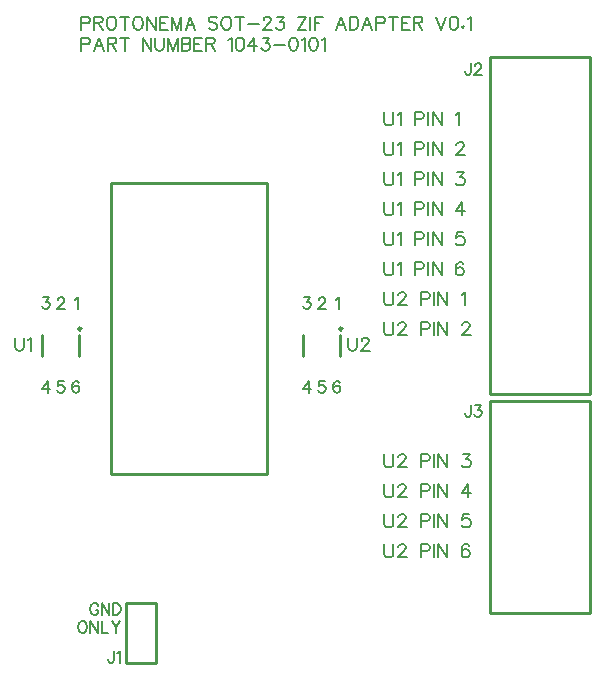
<source format=gto>
G04 Layer: TopSilkscreenLayer*
G04 EasyEDA v6.5.32, 2023-07-25 14:04:49*
G04 8272ca0991b848eeaebf2c144ff7441f,5a6b42c53f6a479593ecc07194224c93,10*
G04 Gerber Generator version 0.2*
G04 Scale: 100 percent, Rotated: No, Reflected: No *
G04 Dimensions in millimeters *
G04 leading zeros omitted , absolute positions ,4 integer and 5 decimal *
%FSLAX45Y45*%
%MOMM*%

%ADD10C,0.1524*%
%ADD11C,0.2540*%

%LPD*%
D10*
X762000Y5423915D02*
G01*
X762000Y5314950D01*
X762000Y5423915D02*
G01*
X808736Y5423915D01*
X824229Y5418836D01*
X829563Y5413502D01*
X834644Y5403087D01*
X834644Y5387594D01*
X829563Y5377179D01*
X824229Y5372100D01*
X808736Y5366765D01*
X762000Y5366765D01*
X910589Y5423915D02*
G01*
X868934Y5314950D01*
X910589Y5423915D02*
G01*
X952245Y5314950D01*
X884681Y5351271D02*
G01*
X936497Y5351271D01*
X986536Y5423915D02*
G01*
X986536Y5314950D01*
X986536Y5423915D02*
G01*
X1033271Y5423915D01*
X1048765Y5418836D01*
X1054100Y5413502D01*
X1059179Y5403087D01*
X1059179Y5392673D01*
X1054100Y5382260D01*
X1048765Y5377179D01*
X1033271Y5372100D01*
X986536Y5372100D01*
X1022857Y5372100D02*
G01*
X1059179Y5314950D01*
X1129792Y5423915D02*
G01*
X1129792Y5314950D01*
X1093470Y5423915D02*
G01*
X1166113Y5423915D01*
X1280413Y5423915D02*
G01*
X1280413Y5314950D01*
X1280413Y5423915D02*
G01*
X1353312Y5314950D01*
X1353312Y5423915D02*
G01*
X1353312Y5314950D01*
X1387602Y5423915D02*
G01*
X1387602Y5345937D01*
X1392681Y5330444D01*
X1403095Y5320029D01*
X1418589Y5314950D01*
X1429004Y5314950D01*
X1444752Y5320029D01*
X1455165Y5330444D01*
X1460245Y5345937D01*
X1460245Y5423915D01*
X1494536Y5423915D02*
G01*
X1494536Y5314950D01*
X1494536Y5423915D02*
G01*
X1536192Y5314950D01*
X1577594Y5423915D02*
G01*
X1536192Y5314950D01*
X1577594Y5423915D02*
G01*
X1577594Y5314950D01*
X1611884Y5423915D02*
G01*
X1611884Y5314950D01*
X1611884Y5423915D02*
G01*
X1658620Y5423915D01*
X1674368Y5418836D01*
X1679447Y5413502D01*
X1684781Y5403087D01*
X1684781Y5392673D01*
X1679447Y5382260D01*
X1674368Y5377179D01*
X1658620Y5372100D01*
X1611884Y5372100D02*
G01*
X1658620Y5372100D01*
X1674368Y5366765D01*
X1679447Y5361686D01*
X1684781Y5351271D01*
X1684781Y5335523D01*
X1679447Y5325110D01*
X1674368Y5320029D01*
X1658620Y5314950D01*
X1611884Y5314950D01*
X1719071Y5423915D02*
G01*
X1719071Y5314950D01*
X1719071Y5423915D02*
G01*
X1786636Y5423915D01*
X1719071Y5372100D02*
G01*
X1760473Y5372100D01*
X1719071Y5314950D02*
G01*
X1786636Y5314950D01*
X1820926Y5423915D02*
G01*
X1820926Y5314950D01*
X1820926Y5423915D02*
G01*
X1867662Y5423915D01*
X1883155Y5418836D01*
X1888489Y5413502D01*
X1893570Y5403087D01*
X1893570Y5392673D01*
X1888489Y5382260D01*
X1883155Y5377179D01*
X1867662Y5372100D01*
X1820926Y5372100D01*
X1857247Y5372100D02*
G01*
X1893570Y5314950D01*
X2007870Y5403087D02*
G01*
X2018284Y5408421D01*
X2033777Y5423915D01*
X2033777Y5314950D01*
X2099309Y5423915D02*
G01*
X2083815Y5418836D01*
X2073402Y5403087D01*
X2068068Y5377179D01*
X2068068Y5361686D01*
X2073402Y5335523D01*
X2083815Y5320029D01*
X2099309Y5314950D01*
X2109724Y5314950D01*
X2125218Y5320029D01*
X2135631Y5335523D01*
X2140965Y5361686D01*
X2140965Y5377179D01*
X2135631Y5403087D01*
X2125218Y5418836D01*
X2109724Y5423915D01*
X2099309Y5423915D01*
X2227072Y5423915D02*
G01*
X2175256Y5351271D01*
X2252979Y5351271D01*
X2227072Y5423915D02*
G01*
X2227072Y5314950D01*
X2297684Y5423915D02*
G01*
X2354834Y5423915D01*
X2323845Y5382260D01*
X2339340Y5382260D01*
X2349754Y5377179D01*
X2354834Y5372100D01*
X2360168Y5356352D01*
X2360168Y5345937D01*
X2354834Y5330444D01*
X2344420Y5320029D01*
X2328925Y5314950D01*
X2313431Y5314950D01*
X2297684Y5320029D01*
X2292604Y5325110D01*
X2287270Y5335523D01*
X2394458Y5361686D02*
G01*
X2487929Y5361686D01*
X2553461Y5423915D02*
G01*
X2537713Y5418836D01*
X2527300Y5403087D01*
X2522220Y5377179D01*
X2522220Y5361686D01*
X2527300Y5335523D01*
X2537713Y5320029D01*
X2553461Y5314950D01*
X2563875Y5314950D01*
X2579370Y5320029D01*
X2589784Y5335523D01*
X2594863Y5361686D01*
X2594863Y5377179D01*
X2589784Y5403087D01*
X2579370Y5418836D01*
X2563875Y5423915D01*
X2553461Y5423915D01*
X2629154Y5403087D02*
G01*
X2639568Y5408421D01*
X2655315Y5423915D01*
X2655315Y5314950D01*
X2720593Y5423915D02*
G01*
X2705100Y5418836D01*
X2694686Y5403087D01*
X2689606Y5377179D01*
X2689606Y5361686D01*
X2694686Y5335523D01*
X2705100Y5320029D01*
X2720593Y5314950D01*
X2731008Y5314950D01*
X2746756Y5320029D01*
X2757170Y5335523D01*
X2762250Y5361686D01*
X2762250Y5377179D01*
X2757170Y5403087D01*
X2746756Y5418836D01*
X2731008Y5423915D01*
X2720593Y5423915D01*
X2796540Y5403087D02*
G01*
X2806954Y5408421D01*
X2822447Y5423915D01*
X2822447Y5314950D01*
X762000Y5601715D02*
G01*
X762000Y5492750D01*
X762000Y5601715D02*
G01*
X808736Y5601715D01*
X824229Y5596636D01*
X829563Y5591302D01*
X834644Y5580887D01*
X834644Y5565394D01*
X829563Y5554979D01*
X824229Y5549900D01*
X808736Y5544565D01*
X762000Y5544565D01*
X868934Y5601715D02*
G01*
X868934Y5492750D01*
X868934Y5601715D02*
G01*
X915670Y5601715D01*
X931418Y5596636D01*
X936497Y5591302D01*
X941831Y5580887D01*
X941831Y5570473D01*
X936497Y5560060D01*
X931418Y5554979D01*
X915670Y5549900D01*
X868934Y5549900D01*
X905510Y5549900D02*
G01*
X941831Y5492750D01*
X1007110Y5601715D02*
G01*
X996950Y5596636D01*
X986536Y5586221D01*
X981202Y5575807D01*
X976121Y5560060D01*
X976121Y5534152D01*
X981202Y5518657D01*
X986536Y5508244D01*
X996950Y5497829D01*
X1007110Y5492750D01*
X1027937Y5492750D01*
X1038352Y5497829D01*
X1048765Y5508244D01*
X1054100Y5518657D01*
X1059179Y5534152D01*
X1059179Y5560060D01*
X1054100Y5575807D01*
X1048765Y5586221D01*
X1038352Y5596636D01*
X1027937Y5601715D01*
X1007110Y5601715D01*
X1129792Y5601715D02*
G01*
X1129792Y5492750D01*
X1093470Y5601715D02*
G01*
X1166113Y5601715D01*
X1231645Y5601715D02*
G01*
X1221231Y5596636D01*
X1210818Y5586221D01*
X1205737Y5575807D01*
X1200404Y5560060D01*
X1200404Y5534152D01*
X1205737Y5518657D01*
X1210818Y5508244D01*
X1221231Y5497829D01*
X1231645Y5492750D01*
X1252473Y5492750D01*
X1262887Y5497829D01*
X1273302Y5508244D01*
X1278381Y5518657D01*
X1283715Y5534152D01*
X1283715Y5560060D01*
X1278381Y5575807D01*
X1273302Y5586221D01*
X1262887Y5596636D01*
X1252473Y5601715D01*
X1231645Y5601715D01*
X1318005Y5601715D02*
G01*
X1318005Y5492750D01*
X1318005Y5601715D02*
G01*
X1390650Y5492750D01*
X1390650Y5601715D02*
G01*
X1390650Y5492750D01*
X1424939Y5601715D02*
G01*
X1424939Y5492750D01*
X1424939Y5601715D02*
G01*
X1492504Y5601715D01*
X1424939Y5549900D02*
G01*
X1466595Y5549900D01*
X1424939Y5492750D02*
G01*
X1492504Y5492750D01*
X1526794Y5601715D02*
G01*
X1526794Y5492750D01*
X1526794Y5601715D02*
G01*
X1568450Y5492750D01*
X1609852Y5601715D02*
G01*
X1568450Y5492750D01*
X1609852Y5601715D02*
G01*
X1609852Y5492750D01*
X1685797Y5601715D02*
G01*
X1644142Y5492750D01*
X1685797Y5601715D02*
G01*
X1727200Y5492750D01*
X1659889Y5529071D02*
G01*
X1711705Y5529071D01*
X1914397Y5586221D02*
G01*
X1903984Y5596636D01*
X1888489Y5601715D01*
X1867662Y5601715D01*
X1851913Y5596636D01*
X1841500Y5586221D01*
X1841500Y5575807D01*
X1846834Y5565394D01*
X1851913Y5560060D01*
X1862328Y5554979D01*
X1893570Y5544565D01*
X1903984Y5539486D01*
X1909063Y5534152D01*
X1914397Y5523737D01*
X1914397Y5508244D01*
X1903984Y5497829D01*
X1888489Y5492750D01*
X1867662Y5492750D01*
X1851913Y5497829D01*
X1841500Y5508244D01*
X1979929Y5601715D02*
G01*
X1969515Y5596636D01*
X1959102Y5586221D01*
X1953768Y5575807D01*
X1948688Y5560060D01*
X1948688Y5534152D01*
X1953768Y5518657D01*
X1959102Y5508244D01*
X1969515Y5497829D01*
X1979929Y5492750D01*
X2000504Y5492750D01*
X2010918Y5497829D01*
X2021331Y5508244D01*
X2026665Y5518657D01*
X2031745Y5534152D01*
X2031745Y5560060D01*
X2026665Y5575807D01*
X2021331Y5586221D01*
X2010918Y5596636D01*
X2000504Y5601715D01*
X1979929Y5601715D01*
X2102358Y5601715D02*
G01*
X2102358Y5492750D01*
X2066036Y5601715D02*
G01*
X2138679Y5601715D01*
X2172970Y5539486D02*
G01*
X2266695Y5539486D01*
X2306065Y5575807D02*
G01*
X2306065Y5580887D01*
X2311400Y5591302D01*
X2316479Y5596636D01*
X2326893Y5601715D01*
X2347722Y5601715D01*
X2358136Y5596636D01*
X2363215Y5591302D01*
X2368550Y5580887D01*
X2368550Y5570473D01*
X2363215Y5560060D01*
X2352802Y5544565D01*
X2300986Y5492750D01*
X2373629Y5492750D01*
X2418334Y5601715D02*
G01*
X2475484Y5601715D01*
X2444241Y5560060D01*
X2459990Y5560060D01*
X2470150Y5554979D01*
X2475484Y5549900D01*
X2480563Y5534152D01*
X2480563Y5523737D01*
X2475484Y5508244D01*
X2465070Y5497829D01*
X2449575Y5492750D01*
X2433827Y5492750D01*
X2418334Y5497829D01*
X2413000Y5502910D01*
X2407920Y5513323D01*
X2667761Y5601715D02*
G01*
X2594863Y5492750D01*
X2594863Y5601715D02*
G01*
X2667761Y5601715D01*
X2594863Y5492750D02*
G01*
X2667761Y5492750D01*
X2702052Y5601715D02*
G01*
X2702052Y5492750D01*
X2736341Y5601715D02*
G01*
X2736341Y5492750D01*
X2736341Y5601715D02*
G01*
X2803906Y5601715D01*
X2736341Y5549900D02*
G01*
X2777743Y5549900D01*
X2959608Y5601715D02*
G01*
X2918206Y5492750D01*
X2959608Y5601715D02*
G01*
X3001263Y5492750D01*
X2933700Y5529071D02*
G01*
X2985770Y5529071D01*
X3035554Y5601715D02*
G01*
X3035554Y5492750D01*
X3035554Y5601715D02*
G01*
X3071875Y5601715D01*
X3087370Y5596636D01*
X3097784Y5586221D01*
X3103118Y5575807D01*
X3108197Y5560060D01*
X3108197Y5534152D01*
X3103118Y5518657D01*
X3097784Y5508244D01*
X3087370Y5497829D01*
X3071875Y5492750D01*
X3035554Y5492750D01*
X3184143Y5601715D02*
G01*
X3142488Y5492750D01*
X3184143Y5601715D02*
G01*
X3225800Y5492750D01*
X3158236Y5529071D02*
G01*
X3210052Y5529071D01*
X3260090Y5601715D02*
G01*
X3260090Y5492750D01*
X3260090Y5601715D02*
G01*
X3306825Y5601715D01*
X3322320Y5596636D01*
X3327400Y5591302D01*
X3332734Y5580887D01*
X3332734Y5565394D01*
X3327400Y5554979D01*
X3322320Y5549900D01*
X3306825Y5544565D01*
X3260090Y5544565D01*
X3403345Y5601715D02*
G01*
X3403345Y5492750D01*
X3367024Y5601715D02*
G01*
X3439668Y5601715D01*
X3473958Y5601715D02*
G01*
X3473958Y5492750D01*
X3473958Y5601715D02*
G01*
X3541522Y5601715D01*
X3473958Y5549900D02*
G01*
X3515613Y5549900D01*
X3473958Y5492750D02*
G01*
X3541522Y5492750D01*
X3575811Y5601715D02*
G01*
X3575811Y5492750D01*
X3575811Y5601715D02*
G01*
X3622547Y5601715D01*
X3638295Y5596636D01*
X3643375Y5591302D01*
X3648709Y5580887D01*
X3648709Y5570473D01*
X3643375Y5560060D01*
X3638295Y5554979D01*
X3622547Y5549900D01*
X3575811Y5549900D01*
X3612134Y5549900D02*
G01*
X3648709Y5492750D01*
X3763009Y5601715D02*
G01*
X3804411Y5492750D01*
X3846068Y5601715D02*
G01*
X3804411Y5492750D01*
X3911600Y5601715D02*
G01*
X3895852Y5596636D01*
X3885438Y5580887D01*
X3880358Y5554979D01*
X3880358Y5539486D01*
X3885438Y5513323D01*
X3895852Y5497829D01*
X3911600Y5492750D01*
X3921759Y5492750D01*
X3937508Y5497829D01*
X3947922Y5513323D01*
X3953002Y5539486D01*
X3953002Y5554979D01*
X3947922Y5580887D01*
X3937508Y5596636D01*
X3921759Y5601715D01*
X3911600Y5601715D01*
X3992625Y5518657D02*
G01*
X3987291Y5513323D01*
X3992625Y5508244D01*
X3997706Y5513323D01*
X3992625Y5518657D01*
X4031995Y5580887D02*
G01*
X4042409Y5586221D01*
X4057904Y5601715D01*
X4057904Y5492750D01*
X4058709Y5206278D02*
G01*
X4058709Y5133634D01*
X4054137Y5119918D01*
X4049565Y5115346D01*
X4040421Y5110774D01*
X4031277Y5110774D01*
X4022387Y5115346D01*
X4017815Y5119918D01*
X4013243Y5133634D01*
X4013243Y5142778D01*
X4093253Y5183672D02*
G01*
X4093253Y5187990D01*
X4097825Y5197134D01*
X4102397Y5201706D01*
X4111287Y5206278D01*
X4129575Y5206278D01*
X4138719Y5201706D01*
X4143291Y5197134D01*
X4147863Y5187990D01*
X4147863Y5179100D01*
X4143291Y5169956D01*
X4134147Y5156240D01*
X4088681Y5110774D01*
X4152181Y5110774D01*
X3327392Y4794747D02*
G01*
X3327392Y4712959D01*
X3332726Y4696449D01*
X3343648Y4685527D01*
X3360158Y4680193D01*
X3371080Y4680193D01*
X3387336Y4685527D01*
X3398258Y4696449D01*
X3403846Y4712959D01*
X3403846Y4794747D01*
X3439660Y4772903D02*
G01*
X3450582Y4778237D01*
X3467092Y4794747D01*
X3467092Y4680193D01*
X3586980Y4794747D02*
G01*
X3586980Y4680193D01*
X3586980Y4794747D02*
G01*
X3636002Y4794747D01*
X3652512Y4789159D01*
X3657846Y4783825D01*
X3663434Y4772903D01*
X3663434Y4756393D01*
X3657846Y4745471D01*
X3652512Y4740137D01*
X3636002Y4734803D01*
X3586980Y4734803D01*
X3699502Y4794747D02*
G01*
X3699502Y4680193D01*
X3735316Y4794747D02*
G01*
X3735316Y4680193D01*
X3735316Y4794747D02*
G01*
X3811770Y4680193D01*
X3811770Y4794747D02*
G01*
X3811770Y4680193D01*
X3931658Y4772903D02*
G01*
X3942580Y4778237D01*
X3959090Y4794747D01*
X3959090Y4680193D01*
X4058683Y2310658D02*
G01*
X4058683Y2238014D01*
X4054111Y2224298D01*
X4049539Y2219726D01*
X4040395Y2215154D01*
X4031251Y2215154D01*
X4022361Y2219726D01*
X4017789Y2224298D01*
X4013217Y2238014D01*
X4013217Y2247158D01*
X4097799Y2310658D02*
G01*
X4147837Y2310658D01*
X4120405Y2274336D01*
X4134121Y2274336D01*
X4143265Y2269764D01*
X4147837Y2265192D01*
X4152409Y2251730D01*
X4152409Y2242586D01*
X4147837Y2228870D01*
X4138693Y2219726D01*
X4124977Y2215154D01*
X4111261Y2215154D01*
X4097799Y2219726D01*
X4093227Y2224298D01*
X4088655Y2233442D01*
X2921017Y3206877D02*
G01*
X2930161Y3211448D01*
X2943623Y3225164D01*
X2943623Y3129661D01*
X2773177Y3202287D02*
G01*
X2773177Y3206859D01*
X2777746Y3216003D01*
X2782318Y3220575D01*
X2791211Y3225147D01*
X2809496Y3225147D01*
X2818643Y3220575D01*
X2823212Y3216003D01*
X2827784Y3206859D01*
X2827784Y3197715D01*
X2823212Y3188825D01*
X2814068Y3175109D01*
X2768610Y3129643D01*
X2832110Y3129643D01*
X2650746Y3225147D02*
G01*
X2700784Y3225147D01*
X2673352Y3188825D01*
X2687068Y3188825D01*
X2696212Y3184253D01*
X2700784Y3179681D01*
X2705102Y3165965D01*
X2705102Y3156821D01*
X2700784Y3143359D01*
X2691640Y3134215D01*
X2677924Y3129643D01*
X2664208Y3129643D01*
X2650746Y3134215D01*
X2646174Y3138787D01*
X2641602Y3147931D01*
X2687068Y2513837D02*
G01*
X2641602Y2450337D01*
X2709674Y2450337D01*
X2687068Y2513837D02*
G01*
X2687068Y2418334D01*
X2823212Y2513837D02*
G01*
X2777746Y2513837D01*
X2773174Y2472944D01*
X2777746Y2477515D01*
X2791208Y2482087D01*
X2804924Y2482087D01*
X2818640Y2477515D01*
X2827784Y2468371D01*
X2832356Y2454910D01*
X2832356Y2445765D01*
X2827784Y2432050D01*
X2818640Y2422905D01*
X2804924Y2418334D01*
X2791208Y2418334D01*
X2777746Y2422905D01*
X2773174Y2427478D01*
X2768602Y2436621D01*
X2950212Y2500376D02*
G01*
X2945640Y2509265D01*
X2931924Y2513837D01*
X2922780Y2513837D01*
X2909318Y2509265D01*
X2900174Y2495804D01*
X2895602Y2472944D01*
X2895602Y2450337D01*
X2900174Y2432050D01*
X2909318Y2422905D01*
X2922780Y2418334D01*
X2927352Y2418334D01*
X2941068Y2422905D01*
X2950212Y2432050D01*
X2954784Y2445765D01*
X2954784Y2450337D01*
X2950212Y2463800D01*
X2941068Y2472944D01*
X2927352Y2477515D01*
X2922780Y2477515D01*
X2909318Y2472944D01*
X2900174Y2463800D01*
X2895602Y2450337D01*
X740415Y2500376D02*
G01*
X735843Y2509265D01*
X722127Y2513837D01*
X712983Y2513837D01*
X699521Y2509265D01*
X690377Y2495804D01*
X685805Y2472944D01*
X685805Y2450337D01*
X690377Y2432050D01*
X699521Y2422905D01*
X712983Y2418334D01*
X717555Y2418334D01*
X731271Y2422905D01*
X740415Y2432050D01*
X744987Y2445765D01*
X744987Y2450337D01*
X740415Y2463800D01*
X731271Y2472944D01*
X717555Y2477515D01*
X712983Y2477515D01*
X699521Y2472944D01*
X690377Y2463800D01*
X685805Y2450337D01*
X613415Y2513837D02*
G01*
X567949Y2513837D01*
X563377Y2472944D01*
X567949Y2477515D01*
X581411Y2482087D01*
X595127Y2482087D01*
X608843Y2477515D01*
X617987Y2468371D01*
X622559Y2454910D01*
X622559Y2445765D01*
X617987Y2432050D01*
X608843Y2422905D01*
X595127Y2418334D01*
X581411Y2418334D01*
X567949Y2422905D01*
X563377Y2427478D01*
X558805Y2436621D01*
X477271Y2513837D02*
G01*
X431805Y2450337D01*
X499877Y2450337D01*
X477271Y2513837D02*
G01*
X477271Y2418334D01*
X440949Y3225147D02*
G01*
X490987Y3225147D01*
X463555Y3188825D01*
X477271Y3188825D01*
X486415Y3184253D01*
X490987Y3179681D01*
X495305Y3165965D01*
X495305Y3156821D01*
X490987Y3143359D01*
X481843Y3134215D01*
X468127Y3129643D01*
X454411Y3129643D01*
X440949Y3134215D01*
X436377Y3138787D01*
X431805Y3147931D01*
X563379Y3202287D02*
G01*
X563379Y3206859D01*
X567949Y3216003D01*
X572521Y3220575D01*
X581413Y3225147D01*
X599699Y3225147D01*
X608845Y3220575D01*
X613415Y3216003D01*
X617987Y3206859D01*
X617987Y3197715D01*
X613415Y3188825D01*
X604271Y3175109D01*
X558812Y3129643D01*
X622312Y3129643D01*
X711220Y3206877D02*
G01*
X720364Y3211448D01*
X733826Y3225164D01*
X733826Y3129661D01*
X3327392Y4540752D02*
G01*
X3327392Y4458964D01*
X3332726Y4442454D01*
X3343648Y4431532D01*
X3360158Y4426198D01*
X3371080Y4426198D01*
X3387336Y4431532D01*
X3398258Y4442454D01*
X3403846Y4458964D01*
X3403846Y4540752D01*
X3439660Y4518908D02*
G01*
X3450582Y4524242D01*
X3467092Y4540752D01*
X3467092Y4426198D01*
X3586980Y4540752D02*
G01*
X3586980Y4426198D01*
X3586980Y4540752D02*
G01*
X3636002Y4540752D01*
X3652512Y4535164D01*
X3657846Y4529830D01*
X3663434Y4518908D01*
X3663434Y4502398D01*
X3657846Y4491476D01*
X3652512Y4486142D01*
X3636002Y4480808D01*
X3586980Y4480808D01*
X3699502Y4540752D02*
G01*
X3699502Y4426198D01*
X3735316Y4540752D02*
G01*
X3735316Y4426198D01*
X3735316Y4540752D02*
G01*
X3811770Y4426198D01*
X3811770Y4540752D02*
G01*
X3811770Y4426198D01*
X3937246Y4513320D02*
G01*
X3937246Y4518908D01*
X3942580Y4529830D01*
X3948168Y4535164D01*
X3959090Y4540752D01*
X3980934Y4540752D01*
X3991856Y4535164D01*
X3997190Y4529830D01*
X4002778Y4518908D01*
X4002778Y4507986D01*
X3997190Y4497064D01*
X3986268Y4480808D01*
X3931658Y4426198D01*
X4008112Y4426198D01*
X3327392Y4286752D02*
G01*
X3327392Y4204964D01*
X3332726Y4188454D01*
X3343648Y4177532D01*
X3360158Y4172198D01*
X3371080Y4172198D01*
X3387336Y4177532D01*
X3398258Y4188454D01*
X3403846Y4204964D01*
X3403846Y4286752D01*
X3439660Y4264908D02*
G01*
X3450582Y4270242D01*
X3467092Y4286752D01*
X3467092Y4172198D01*
X3586980Y4286752D02*
G01*
X3586980Y4172198D01*
X3586980Y4286752D02*
G01*
X3636002Y4286752D01*
X3652512Y4281164D01*
X3657846Y4275830D01*
X3663434Y4264908D01*
X3663434Y4248398D01*
X3657846Y4237476D01*
X3652512Y4232142D01*
X3636002Y4226808D01*
X3586980Y4226808D01*
X3699502Y4286752D02*
G01*
X3699502Y4172198D01*
X3735316Y4286752D02*
G01*
X3735316Y4172198D01*
X3735316Y4286752D02*
G01*
X3811770Y4172198D01*
X3811770Y4286752D02*
G01*
X3811770Y4172198D01*
X3942580Y4286752D02*
G01*
X4002778Y4286752D01*
X3970012Y4243064D01*
X3986268Y4243064D01*
X3997190Y4237476D01*
X4002778Y4232142D01*
X4008112Y4215886D01*
X4008112Y4204964D01*
X4002778Y4188454D01*
X3991856Y4177532D01*
X3975346Y4172198D01*
X3959090Y4172198D01*
X3942580Y4177532D01*
X3937246Y4183120D01*
X3931658Y4194042D01*
X3327392Y4032752D02*
G01*
X3327392Y3950964D01*
X3332726Y3934454D01*
X3343648Y3923532D01*
X3360158Y3918198D01*
X3371080Y3918198D01*
X3387336Y3923532D01*
X3398258Y3934454D01*
X3403846Y3950964D01*
X3403846Y4032752D01*
X3439660Y4010908D02*
G01*
X3450582Y4016242D01*
X3467092Y4032752D01*
X3467092Y3918198D01*
X3586980Y4032752D02*
G01*
X3586980Y3918198D01*
X3586980Y4032752D02*
G01*
X3636002Y4032752D01*
X3652512Y4027164D01*
X3657846Y4021830D01*
X3663434Y4010908D01*
X3663434Y3994398D01*
X3657846Y3983476D01*
X3652512Y3978142D01*
X3636002Y3972808D01*
X3586980Y3972808D01*
X3699502Y4032752D02*
G01*
X3699502Y3918198D01*
X3735316Y4032752D02*
G01*
X3735316Y3918198D01*
X3735316Y4032752D02*
G01*
X3811770Y3918198D01*
X3811770Y4032752D02*
G01*
X3811770Y3918198D01*
X3986268Y4032752D02*
G01*
X3931658Y3956298D01*
X4013446Y3956298D01*
X3986268Y4032752D02*
G01*
X3986268Y3918198D01*
X3327392Y3778752D02*
G01*
X3327392Y3696964D01*
X3332726Y3680454D01*
X3343648Y3669532D01*
X3360158Y3664198D01*
X3371080Y3664198D01*
X3387336Y3669532D01*
X3398258Y3680454D01*
X3403846Y3696964D01*
X3403846Y3778752D01*
X3439660Y3756908D02*
G01*
X3450582Y3762242D01*
X3467092Y3778752D01*
X3467092Y3664198D01*
X3586980Y3778752D02*
G01*
X3586980Y3664198D01*
X3586980Y3778752D02*
G01*
X3636002Y3778752D01*
X3652512Y3773164D01*
X3657846Y3767830D01*
X3663434Y3756908D01*
X3663434Y3740398D01*
X3657846Y3729476D01*
X3652512Y3724142D01*
X3636002Y3718808D01*
X3586980Y3718808D01*
X3699502Y3778752D02*
G01*
X3699502Y3664198D01*
X3735316Y3778752D02*
G01*
X3735316Y3664198D01*
X3735316Y3778752D02*
G01*
X3811770Y3664198D01*
X3811770Y3778752D02*
G01*
X3811770Y3664198D01*
X3997190Y3778752D02*
G01*
X3942580Y3778752D01*
X3937246Y3729476D01*
X3942580Y3735064D01*
X3959090Y3740398D01*
X3975346Y3740398D01*
X3991856Y3735064D01*
X4002778Y3724142D01*
X4008112Y3707886D01*
X4008112Y3696964D01*
X4002778Y3680454D01*
X3991856Y3669532D01*
X3975346Y3664198D01*
X3959090Y3664198D01*
X3942580Y3669532D01*
X3937246Y3675120D01*
X3931658Y3686042D01*
X3327392Y3524752D02*
G01*
X3327392Y3442964D01*
X3332726Y3426454D01*
X3343648Y3415532D01*
X3360158Y3410198D01*
X3371080Y3410198D01*
X3387336Y3415532D01*
X3398258Y3426454D01*
X3403846Y3442964D01*
X3403846Y3524752D01*
X3439660Y3502908D02*
G01*
X3450582Y3508242D01*
X3467092Y3524752D01*
X3467092Y3410198D01*
X3586980Y3524752D02*
G01*
X3586980Y3410198D01*
X3586980Y3524752D02*
G01*
X3636002Y3524752D01*
X3652512Y3519164D01*
X3657846Y3513830D01*
X3663434Y3502908D01*
X3663434Y3486398D01*
X3657846Y3475476D01*
X3652512Y3470142D01*
X3636002Y3464808D01*
X3586980Y3464808D01*
X3699502Y3524752D02*
G01*
X3699502Y3410198D01*
X3735316Y3524752D02*
G01*
X3735316Y3410198D01*
X3735316Y3524752D02*
G01*
X3811770Y3410198D01*
X3811770Y3524752D02*
G01*
X3811770Y3410198D01*
X3997190Y3508242D02*
G01*
X3991856Y3519164D01*
X3975346Y3524752D01*
X3964424Y3524752D01*
X3948168Y3519164D01*
X3937246Y3502908D01*
X3931658Y3475476D01*
X3931658Y3448298D01*
X3937246Y3426454D01*
X3948168Y3415532D01*
X3964424Y3410198D01*
X3970012Y3410198D01*
X3986268Y3415532D01*
X3997190Y3426454D01*
X4002778Y3442964D01*
X4002778Y3448298D01*
X3997190Y3464808D01*
X3986268Y3475476D01*
X3970012Y3481064D01*
X3964424Y3481064D01*
X3948168Y3475476D01*
X3937246Y3464808D01*
X3931658Y3448298D01*
X3327392Y3270752D02*
G01*
X3327392Y3188964D01*
X3332726Y3172454D01*
X3343648Y3161532D01*
X3360158Y3156198D01*
X3371080Y3156198D01*
X3387336Y3161532D01*
X3398258Y3172454D01*
X3403846Y3188964D01*
X3403846Y3270752D01*
X3445248Y3243320D02*
G01*
X3445248Y3248908D01*
X3450582Y3259830D01*
X3456170Y3265164D01*
X3467092Y3270752D01*
X3488936Y3270752D01*
X3499858Y3265164D01*
X3505192Y3259830D01*
X3510780Y3248908D01*
X3510780Y3237986D01*
X3505192Y3227064D01*
X3494270Y3210808D01*
X3439660Y3156198D01*
X3516114Y3156198D01*
X3636002Y3270752D02*
G01*
X3636002Y3156198D01*
X3636002Y3270752D02*
G01*
X3685278Y3270752D01*
X3701534Y3265164D01*
X3707122Y3259830D01*
X3712456Y3248908D01*
X3712456Y3232398D01*
X3707122Y3221476D01*
X3701534Y3216142D01*
X3685278Y3210808D01*
X3636002Y3210808D01*
X3748524Y3270752D02*
G01*
X3748524Y3156198D01*
X3784592Y3270752D02*
G01*
X3784592Y3156198D01*
X3784592Y3270752D02*
G01*
X3860792Y3156198D01*
X3860792Y3270752D02*
G01*
X3860792Y3156198D01*
X3980934Y3248908D02*
G01*
X3991856Y3254242D01*
X4008112Y3270752D01*
X4008112Y3156198D01*
X3327392Y3016752D02*
G01*
X3327392Y2934964D01*
X3332726Y2918454D01*
X3343648Y2907532D01*
X3360158Y2902198D01*
X3371080Y2902198D01*
X3387336Y2907532D01*
X3398258Y2918454D01*
X3403846Y2934964D01*
X3403846Y3016752D01*
X3445248Y2989320D02*
G01*
X3445248Y2994908D01*
X3450582Y3005830D01*
X3456170Y3011164D01*
X3467092Y3016752D01*
X3488936Y3016752D01*
X3499858Y3011164D01*
X3505192Y3005830D01*
X3510780Y2994908D01*
X3510780Y2983986D01*
X3505192Y2973064D01*
X3494270Y2956808D01*
X3439660Y2902198D01*
X3516114Y2902198D01*
X3636002Y3016752D02*
G01*
X3636002Y2902198D01*
X3636002Y3016752D02*
G01*
X3685278Y3016752D01*
X3701534Y3011164D01*
X3707122Y3005830D01*
X3712456Y2994908D01*
X3712456Y2978398D01*
X3707122Y2967476D01*
X3701534Y2962142D01*
X3685278Y2956808D01*
X3636002Y2956808D01*
X3748524Y3016752D02*
G01*
X3748524Y2902198D01*
X3784592Y3016752D02*
G01*
X3784592Y2902198D01*
X3784592Y3016752D02*
G01*
X3860792Y2902198D01*
X3860792Y3016752D02*
G01*
X3860792Y2902198D01*
X3986268Y2989320D02*
G01*
X3986268Y2994908D01*
X3991856Y3005830D01*
X3997190Y3011164D01*
X4008112Y3016752D01*
X4029956Y3016752D01*
X4040878Y3011164D01*
X4046212Y3005830D01*
X4051800Y2994908D01*
X4051800Y2983986D01*
X4046212Y2973064D01*
X4035290Y2956808D01*
X3980934Y2902198D01*
X4057134Y2902198D01*
X3327392Y1899155D02*
G01*
X3327392Y1817367D01*
X3332726Y1800857D01*
X3343648Y1789935D01*
X3360158Y1784601D01*
X3371080Y1784601D01*
X3387336Y1789935D01*
X3398258Y1800857D01*
X3403846Y1817367D01*
X3403846Y1899155D01*
X3445248Y1871723D02*
G01*
X3445248Y1877311D01*
X3450582Y1888233D01*
X3456170Y1893567D01*
X3467092Y1899155D01*
X3488936Y1899155D01*
X3499858Y1893567D01*
X3505192Y1888233D01*
X3510780Y1877311D01*
X3510780Y1866389D01*
X3505192Y1855467D01*
X3494270Y1839211D01*
X3439660Y1784601D01*
X3516114Y1784601D01*
X3636002Y1899155D02*
G01*
X3636002Y1784601D01*
X3636002Y1899155D02*
G01*
X3685278Y1899155D01*
X3701534Y1893567D01*
X3707122Y1888233D01*
X3712456Y1877311D01*
X3712456Y1860801D01*
X3707122Y1849879D01*
X3701534Y1844545D01*
X3685278Y1839211D01*
X3636002Y1839211D01*
X3748524Y1899155D02*
G01*
X3748524Y1784601D01*
X3784592Y1899155D02*
G01*
X3784592Y1784601D01*
X3784592Y1899155D02*
G01*
X3860792Y1784601D01*
X3860792Y1899155D02*
G01*
X3860792Y1784601D01*
X3991856Y1899155D02*
G01*
X4051800Y1899155D01*
X4019034Y1855467D01*
X4035290Y1855467D01*
X4046212Y1849879D01*
X4051800Y1844545D01*
X4057134Y1828289D01*
X4057134Y1817367D01*
X4051800Y1800857D01*
X4040878Y1789935D01*
X4024368Y1784601D01*
X4008112Y1784601D01*
X3991856Y1789935D01*
X3986268Y1795523D01*
X3980934Y1806445D01*
X3327392Y1645155D02*
G01*
X3327392Y1563367D01*
X3332726Y1546857D01*
X3343648Y1535935D01*
X3360158Y1530601D01*
X3371080Y1530601D01*
X3387336Y1535935D01*
X3398258Y1546857D01*
X3403846Y1563367D01*
X3403846Y1645155D01*
X3445248Y1617723D02*
G01*
X3445248Y1623311D01*
X3450582Y1634233D01*
X3456170Y1639567D01*
X3467092Y1645155D01*
X3488936Y1645155D01*
X3499858Y1639567D01*
X3505192Y1634233D01*
X3510780Y1623311D01*
X3510780Y1612389D01*
X3505192Y1601467D01*
X3494270Y1585211D01*
X3439660Y1530601D01*
X3516114Y1530601D01*
X3636002Y1645155D02*
G01*
X3636002Y1530601D01*
X3636002Y1645155D02*
G01*
X3685278Y1645155D01*
X3701534Y1639567D01*
X3707122Y1634233D01*
X3712456Y1623311D01*
X3712456Y1606801D01*
X3707122Y1595879D01*
X3701534Y1590545D01*
X3685278Y1585211D01*
X3636002Y1585211D01*
X3748524Y1645155D02*
G01*
X3748524Y1530601D01*
X3784592Y1645155D02*
G01*
X3784592Y1530601D01*
X3784592Y1645155D02*
G01*
X3860792Y1530601D01*
X3860792Y1645155D02*
G01*
X3860792Y1530601D01*
X4035290Y1645155D02*
G01*
X3980934Y1568701D01*
X4062722Y1568701D01*
X4035290Y1645155D02*
G01*
X4035290Y1530601D01*
X3327392Y1391155D02*
G01*
X3327392Y1309367D01*
X3332726Y1292857D01*
X3343648Y1281935D01*
X3360158Y1276601D01*
X3371080Y1276601D01*
X3387336Y1281935D01*
X3398258Y1292857D01*
X3403846Y1309367D01*
X3403846Y1391155D01*
X3445248Y1363723D02*
G01*
X3445248Y1369311D01*
X3450582Y1380233D01*
X3456170Y1385567D01*
X3467092Y1391155D01*
X3488936Y1391155D01*
X3499858Y1385567D01*
X3505192Y1380233D01*
X3510780Y1369311D01*
X3510780Y1358389D01*
X3505192Y1347467D01*
X3494270Y1331211D01*
X3439660Y1276601D01*
X3516114Y1276601D01*
X3636002Y1391155D02*
G01*
X3636002Y1276601D01*
X3636002Y1391155D02*
G01*
X3685278Y1391155D01*
X3701534Y1385567D01*
X3707122Y1380233D01*
X3712456Y1369311D01*
X3712456Y1352801D01*
X3707122Y1341879D01*
X3701534Y1336545D01*
X3685278Y1331211D01*
X3636002Y1331211D01*
X3748524Y1391155D02*
G01*
X3748524Y1276601D01*
X3784592Y1391155D02*
G01*
X3784592Y1276601D01*
X3784592Y1391155D02*
G01*
X3860792Y1276601D01*
X3860792Y1391155D02*
G01*
X3860792Y1276601D01*
X4046212Y1391155D02*
G01*
X3991856Y1391155D01*
X3986268Y1341879D01*
X3991856Y1347467D01*
X4008112Y1352801D01*
X4024368Y1352801D01*
X4040878Y1347467D01*
X4051800Y1336545D01*
X4057134Y1320289D01*
X4057134Y1309367D01*
X4051800Y1292857D01*
X4040878Y1281935D01*
X4024368Y1276601D01*
X4008112Y1276601D01*
X3991856Y1281935D01*
X3986268Y1287523D01*
X3980934Y1298445D01*
X3327392Y1137155D02*
G01*
X3327392Y1055367D01*
X3332726Y1038857D01*
X3343648Y1027935D01*
X3360158Y1022601D01*
X3371080Y1022601D01*
X3387336Y1027935D01*
X3398258Y1038857D01*
X3403846Y1055367D01*
X3403846Y1137155D01*
X3445248Y1109723D02*
G01*
X3445248Y1115311D01*
X3450582Y1126233D01*
X3456170Y1131567D01*
X3467092Y1137155D01*
X3488936Y1137155D01*
X3499858Y1131567D01*
X3505192Y1126233D01*
X3510780Y1115311D01*
X3510780Y1104389D01*
X3505192Y1093467D01*
X3494270Y1077211D01*
X3439660Y1022601D01*
X3516114Y1022601D01*
X3636002Y1137155D02*
G01*
X3636002Y1022601D01*
X3636002Y1137155D02*
G01*
X3685278Y1137155D01*
X3701534Y1131567D01*
X3707122Y1126233D01*
X3712456Y1115311D01*
X3712456Y1098801D01*
X3707122Y1087879D01*
X3701534Y1082545D01*
X3685278Y1077211D01*
X3636002Y1077211D01*
X3748524Y1137155D02*
G01*
X3748524Y1022601D01*
X3784592Y1137155D02*
G01*
X3784592Y1022601D01*
X3784592Y1137155D02*
G01*
X3860792Y1022601D01*
X3860792Y1137155D02*
G01*
X3860792Y1022601D01*
X4046212Y1120645D02*
G01*
X4040878Y1131567D01*
X4024368Y1137155D01*
X4013446Y1137155D01*
X3997190Y1131567D01*
X3986268Y1115311D01*
X3980934Y1087879D01*
X3980934Y1060701D01*
X3986268Y1038857D01*
X3997190Y1027935D01*
X4013446Y1022601D01*
X4019034Y1022601D01*
X4035290Y1027935D01*
X4046212Y1038857D01*
X4051800Y1055367D01*
X4051800Y1060701D01*
X4046212Y1077211D01*
X4035290Y1087879D01*
X4019034Y1093467D01*
X4013446Y1093467D01*
X3997190Y1087879D01*
X3986268Y1077211D01*
X3980934Y1060701D01*
X1036073Y227848D02*
G01*
X1036073Y155204D01*
X1031501Y141488D01*
X1026929Y136916D01*
X1017785Y132344D01*
X1008895Y132344D01*
X999751Y136916D01*
X995179Y141488D01*
X990607Y155204D01*
X990607Y164348D01*
X1066045Y209814D02*
G01*
X1075189Y214386D01*
X1088905Y227848D01*
X1088905Y132344D01*
X906269Y611631D02*
G01*
X901951Y620776D01*
X892807Y629665D01*
X883663Y634237D01*
X865375Y634237D01*
X856485Y629665D01*
X847341Y620776D01*
X842769Y611631D01*
X838197Y597915D01*
X838197Y575310D01*
X842769Y561594D01*
X847341Y552450D01*
X856485Y543305D01*
X865375Y538734D01*
X883663Y538734D01*
X892807Y543305D01*
X901951Y552450D01*
X906269Y561594D01*
X906269Y575310D01*
X883663Y575310D02*
G01*
X906269Y575310D01*
X936495Y634237D02*
G01*
X936495Y538734D01*
X936495Y634237D02*
G01*
X999995Y538734D01*
X999995Y634237D02*
G01*
X999995Y538734D01*
X1029967Y634237D02*
G01*
X1029967Y538734D01*
X1029967Y634237D02*
G01*
X1061717Y634237D01*
X1075433Y629665D01*
X1084577Y620776D01*
X1089149Y611631D01*
X1093721Y597915D01*
X1093721Y575310D01*
X1089149Y561594D01*
X1084577Y552450D01*
X1075433Y543305D01*
X1061717Y538734D01*
X1029967Y538734D01*
X763775Y481837D02*
G01*
X754885Y477265D01*
X745741Y468376D01*
X741169Y459231D01*
X736597Y445515D01*
X736597Y422910D01*
X741169Y409194D01*
X745741Y400050D01*
X754885Y390905D01*
X763775Y386334D01*
X782063Y386334D01*
X791207Y390905D01*
X800351Y400050D01*
X804669Y409194D01*
X809241Y422910D01*
X809241Y445515D01*
X804669Y459231D01*
X800351Y468376D01*
X791207Y477265D01*
X782063Y481837D01*
X763775Y481837D01*
X839213Y481837D02*
G01*
X839213Y386334D01*
X839213Y481837D02*
G01*
X902967Y386334D01*
X902967Y481837D02*
G01*
X902967Y386334D01*
X932939Y481837D02*
G01*
X932939Y386334D01*
X932939Y386334D02*
G01*
X987549Y386334D01*
X1017521Y481837D02*
G01*
X1053843Y436371D01*
X1053843Y386334D01*
X1090165Y481837D02*
G01*
X1053843Y436371D01*
X3022600Y2883915D02*
G01*
X3022600Y2805937D01*
X3027679Y2790444D01*
X3038093Y2780029D01*
X3053841Y2774950D01*
X3064256Y2774950D01*
X3079750Y2780029D01*
X3090163Y2790444D01*
X3095243Y2805937D01*
X3095243Y2883915D01*
X3134868Y2858007D02*
G01*
X3134868Y2863087D01*
X3139947Y2873502D01*
X3145281Y2878836D01*
X3155695Y2883915D01*
X3176270Y2883915D01*
X3186684Y2878836D01*
X3192018Y2873502D01*
X3197097Y2863087D01*
X3197097Y2852673D01*
X3192018Y2842260D01*
X3181604Y2826765D01*
X3129534Y2774950D01*
X3202431Y2774950D01*
X203225Y2883921D02*
G01*
X203225Y2805943D01*
X208305Y2790449D01*
X218719Y2780035D01*
X234467Y2774955D01*
X244881Y2774955D01*
X260375Y2780035D01*
X270789Y2790449D01*
X275869Y2805943D01*
X275869Y2883921D01*
X310159Y2863093D02*
G01*
X320573Y2868427D01*
X336321Y2883921D01*
X336321Y2774955D01*
D11*
X2639004Y2729397D02*
G01*
X2639004Y2909399D01*
X2949003Y2729397D02*
G01*
X2949003Y2909399D01*
X429204Y2729397D02*
G01*
X429204Y2909399D01*
X739206Y2729397D02*
G01*
X739206Y2909399D01*
G75*
G01
X2971775Y2959100D02*
G03X2971775Y2959100I-12700J0D01*
G75*
G01
X761975Y2959100D02*
G03X761975Y2959100I-12700J0D01*
X4219600Y5257800D02*
G01*
X5069611Y5257800D01*
X5069611Y2407793D01*
X4219600Y2407793D01*
X4219600Y5257800D01*
X4219600Y2349500D02*
G01*
X5069611Y2349500D01*
X5069611Y549503D01*
X4219600Y549503D01*
X4219600Y2349500D01*
X1016000Y4191000D02*
G01*
X2336800Y4191000D01*
X2336800Y1727200D01*
X1016000Y1727200D01*
X1016000Y4191000D01*
X1143000Y635000D02*
G01*
X1397000Y635000D01*
X1397000Y127000D01*
X1143000Y127000D01*
X1143000Y635000D01*
M02*

</source>
